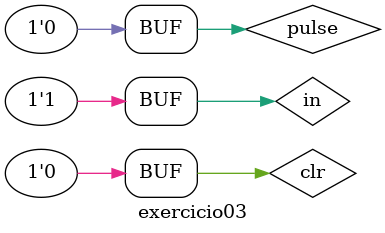
<source format=v>
/*
	Pontificia Universidade Catolica de Minas Gerais
	Instituto de Ciencias Exatas e Informatica – ICEI
	
	Arquitetura de Computadores I
	Tema: Introducao 'a linguagem Verilog e simulacao em Logisim
	
	Guia 13 - 28/10/2021
	
	Matricula: 723185
	Aluno: Danielle Dias Vieira
*/

/*
	Flip-Flop JK
*/

module jkff (output q , output qnot,
             input  j , input  k,
             input clk, input  preset, input clear);

	reg q, qnot;

	always @ ( posedge clk or posedge preset or posedge clear )
		begin
			if (clear)
			begin q<=0; qnot<=1; end
			else
			  if (preset)
			  begin q<=1; qnot<=0; end
			  else
				if (j&~k)
				begin q<=1; qnot<=0; end
				else
				  if (~j&k)
				  begin q<=0; qnot<=1; end
				  else
					if(j&k)
					begin q<=~q; qnot<=~qnot; end
		end
endmodule //fim jkff

/*
	Contador assíncrono decádico crescente com 4 bits de comprimento
*/
module contCrescDecad4 ( s1, in, pulse, clr );
	output [3:0] s1;
	input  in;
	input  pulse;
	input  clr;
	wire [3:0] qnot;

	jkff jk1(s1[0], qnot[0], in, in, pulse, 1'b0, (clr | (~(s1[0]) & s1[1] & ~(s1[2]) & s1[3])));
	jkff jk2(s1[1], qnot[1], in, in, qnot[0], 1'b0, (clr | (~(s1[0]) & s1[1] & ~(s1[2]) & s1[3])));
	jkff jk3(s1[2], qnot[2], in, in, qnot[1], 1'b0, (clr | (~(s1[0]) & s1[1] & ~(s1[2]) & s1[3])));
	jkff jk4(s1[3], qnot[3], in, in, qnot[2], 1'b0, (clr | (~(s1[0]) & s1[1] & ~(s1[2]) & s1[3])));
	
endmodule //contCrescDecad4 

module exercicio03;
	//--------------------definir dados
	reg clr, in, pulse;    
	wire[3:0] s;
	
	contCrescDecad4 CONT1 (s, in, pulse, clr);
	
	//------------------parte principal
	initial
		begin : main
			$display ("Exercicio 03 - Danielle Dias Vieira - 723185");
			$display ("Contador assincrono decadico crescente com 4 bits de comprimento");
			$display ("");
			$display ("Time   Pulse   In   CLR   Binario  Decimal");
			
			//initial values
			pulse = 0;
			clr = 0;  
			in = 0;

			$monitor ("%2d  - %4b %6b %4b %9b %6d", $time, pulse, in, clr, s, s);
					
			//input signal changing
			#1 clr = 1'b1; 
			#1 clr = 1'b0;
			#1 in = 1'b1; pulse = 1'b1;
			#1 in = 1'b1; pulse = 1'b0;
			#1 in = 1'b1; pulse = 1'b1;
			#1 in = 1'b1; pulse = 1'b0;
			#1 in = 1'b1; pulse = 1'b1;
			#1 in = 1'b1; pulse = 1'b0;
			#1 in = 1'b1; pulse = 1'b1;
			#1 in = 1'b1; pulse = 1'b0;
			#1 in = 1'b1; pulse = 1'b1;
			#1 in = 1'b1; pulse = 1'b0;
			#1 in = 1'b1; pulse = 1'b1;
			#1 in = 1'b1; pulse = 1'b0;
			#1 in = 1'b1; pulse = 1'b1;
			#1 in = 1'b1; pulse = 1'b0;
			#1 in = 1'b1; pulse = 1'b1;
			#1 in = 1'b1; pulse = 1'b0;
			#1 in = 1'b1; pulse = 1'b1;
			#1 in = 1'b1; pulse = 1'b0;
			#1 in = 1'b1; pulse = 1'b1;
			#1 in = 1'b1; pulse = 1'b0;
			
			#1 in = 1'b0; pulse = 1'b1;
			#1 in = 1'b0; pulse = 1'b0;
			
			#1 in = 1'b1; pulse = 1'b1;
			#1 in = 1'b1; pulse = 1'b0;
			#1 in = 1'b1; pulse = 1'b1;
			#1 in = 1'b1; pulse = 1'b0;
			#1 in = 1'b1; pulse = 1'b1;
			#1 in = 1'b1; pulse = 1'b0;
			#1 in = 1'b1; pulse = 1'b1;
			#1 in = 1'b1; pulse = 1'b0;
			#1 in = 1'b1; pulse = 1'b1;
			#1 in = 1'b1; pulse = 1'b0;
			#1 in = 1'b1; pulse = 1'b1;
			#1 in = 1'b1; pulse = 1'b0;
			#1 in = 1'b1; pulse = 1'b1;
			#1 in = 1'b1; pulse = 1'b0;
			#1 in = 1'b1; pulse = 1'b1;
			#1 in = 1'b1; pulse = 1'b0;
			#1 in = 1'b1; pulse = 1'b1;
			#1 in = 1'b1; pulse = 1'b0;
			#1 in = 1'b1; pulse = 1'b1;
			#1 in = 1'b1; pulse = 1'b0;
			
			#1 in = 1'b0; pulse = 1'b1;
			#1 in = 1'b1; pulse = 1'b0;
			
			#1 in = 1'b1; pulse = 1'b1;
			#1 in = 1'b1; pulse = 1'b0;
			#1 in = 1'b1; pulse = 1'b1;
			#1 in = 1'b1; pulse = 1'b0;
			#1 in = 1'b1; pulse = 1'b1;
			#1 in = 1'b1; pulse = 1'b0;
			#1 in = 1'b1; pulse = 1'b1;
			#1 in = 1'b1; pulse = 1'b0;
			
			#1 clr = 1'b1; 
			#1 clr = 1'b0;

		end
endmodule //fim exercicio03

/*
Exercicio 03 - Danielle Dias Vieira - 723185
Contador assincrono decadico crescente com 4 bits de comprimento

Time   Pulse   In   CLR   Binario  Decimal
 0  -    0      0    0      xxxx      x
 1  -    0      0    1      0000      0
 2  -    0      0    0      0000      0
 3  -    1      1    0      0001      1
 4  -    0      1    0      0001      1
 5  -    1      1    0      0010      2
 6  -    0      1    0      0010      2
 7  -    1      1    0      0011      3
 8  -    0      1    0      0011      3
 9  -    1      1    0      0100      4
10  -    0      1    0      0100      4
11  -    1      1    0      0101      5
12  -    0      1    0      0101      5
13  -    1      1    0      0110      6
14  -    0      1    0      0110      6
15  -    1      1    0      0111      7
16  -    0      1    0      0111      7
17  -    1      1    0      1000      8
18  -    0      1    0      1000      8
19  -    1      1    0      1001      9
20  -    0      1    0      1001      9
21  -    1      1    0      0000      0
22  -    0      1    0      0000      0
23  -    1      0    0      0000      0
24  -    0      0    0      0000      0
25  -    1      1    0      0001      1
26  -    0      1    0      0001      1
27  -    1      1    0      0010      2
28  -    0      1    0      0010      2
29  -    1      1    0      0011      3
30  -    0      1    0      0011      3
31  -    1      1    0      0100      4
32  -    0      1    0      0100      4
33  -    1      1    0      0101      5
34  -    0      1    0      0101      5
35  -    1      1    0      0110      6
36  -    0      1    0      0110      6
37  -    1      1    0      0111      7
38  -    0      1    0      0111      7
39  -    1      1    0      1000      8
40  -    0      1    0      1000      8
41  -    1      1    0      1001      9
42  -    0      1    0      1001      9
43  -    1      1    0      0000      0
44  -    0      1    0      0000      0
45  -    1      0    0      0000      0
46  -    0      1    0      0000      0
47  -    1      1    0      0001      1
48  -    0      1    0      0001      1
49  -    1      1    0      0010      2
50  -    0      1    0      0010      2
51  -    1      1    0      0011      3
52  -    0      1    0      0011      3
53  -    1      1    0      0100      4
54  -    0      1    0      0100      4
55  -    0      1    1      0000      0
56  -    0      1    0      0000      0
*/

</source>
